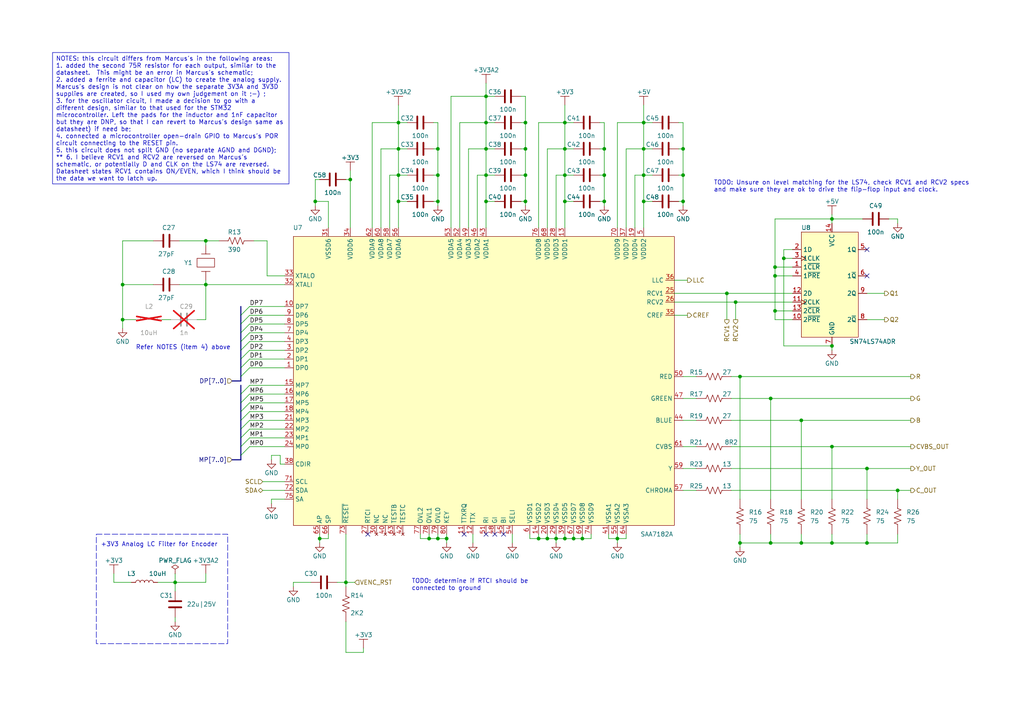
<source format=kicad_sch>
(kicad_sch (version 20230121) (generator eeschema)
  (paper "A4")
  (title_block (title "Time Base Corrector and Video Scaler") (date "2024-01-15") (rev "1"))
  (junction (at 232.41 121.92))
  (junction (at 168.91 156.21))
  (junction (at 35.56 82.55))
  (junction (at 140.97 50.8))
  (junction (at 140.97 35.56))
  (junction (at 35.56 92.71))
  (junction (at 158.75 156.21))
  (junction (at 152.4 58.42))
  (junction (at 163.83 43.18))
  (junction (at 115.57 58.42))
  (junction (at 186.69 58.42))
  (junction (at 100.33 168.91))
  (junction (at 163.83 50.8))
  (junction (at 186.69 43.18))
  (junction (at 198.12 43.18))
  (junction (at 152.4 43.18))
  (junction (at 214.63 109.22))
  (junction (at 127 58.42))
  (junction (at 115.57 35.56))
  (junction (at 224.79 90.17))
  (junction (at 186.69 35.56))
  (junction (at 198.12 50.8))
  (junction (at 92.71 156.21))
  (junction (at 251.46 157.48))
  (junction (at 163.83 35.56))
  (junction (at 163.83 58.42))
  (junction (at 115.57 50.8))
  (junction (at 227.33 74.93))
  (junction (at 91.44 58.42))
  (junction (at 260.35 142.24))
  (junction (at 59.69 69.85))
  (junction (at 241.3 100.33))
  (junction (at 161.29 156.21))
  (junction (at 50.8 168.91))
  (junction (at 152.4 50.8))
  (junction (at 214.63 157.48))
  (junction (at 232.41 157.48))
  (junction (at 241.3 63.5))
  (junction (at 241.3 157.48))
  (junction (at 175.26 50.8))
  (junction (at 223.52 115.57))
  (junction (at 101.6 52.07))
  (junction (at 59.69 82.55))
  (junction (at 251.46 135.89))
  (junction (at 163.83 156.21))
  (junction (at 210.82 85.09))
  (junction (at 186.69 50.8))
  (junction (at 127 50.8))
  (junction (at 156.21 156.21))
  (junction (at 224.79 77.47))
  (junction (at 129.54 156.21))
  (junction (at 127 43.18))
  (junction (at 198.12 58.42))
  (junction (at 140.97 58.42))
  (junction (at 115.57 43.18))
  (junction (at 124.46 156.21))
  (junction (at 175.26 58.42))
  (junction (at 224.79 80.01))
  (junction (at 140.97 27.94))
  (junction (at 241.3 129.54))
  (junction (at 127 156.21))
  (junction (at 179.07 156.21))
  (junction (at 166.37 156.21))
  (junction (at 140.97 43.18))
  (junction (at 223.52 157.48))
  (junction (at 152.4 35.56))
  (junction (at 213.36 87.63))
  (junction (at 175.26 43.18))
  (no_connect (at 251.46 80.01))
  (no_connect (at 134.62 154.94))
  (no_connect (at 251.46 72.39))
  (no_connect (at 143.51 154.94))
  (no_connect (at 146.05 154.94))
  (no_connect (at 106.68 154.94))
  (no_connect (at 140.97 154.94))
  (bus_entry (at 72.39 101.6) (size -2.54 2.54))
  (bus_entry (at 72.39 114.3) (size -2.54 2.54))
  (bus_entry (at 72.39 119.38) (size -2.54 2.54))
  (bus_entry (at 72.39 124.46) (size -2.54 2.54))
  (bus_entry (at 72.39 106.68) (size -2.54 2.54))
  (bus_entry (at 72.39 111.76) (size -2.54 2.54))
  (bus_entry (at 72.39 116.84) (size -2.54 2.54))
  (bus_entry (at 72.39 127) (size -2.54 2.54))
  (bus_entry (at 72.39 91.44) (size -2.54 2.54))
  (bus_entry (at 72.39 104.14) (size -2.54 2.54))
  (bus_entry (at 72.39 129.54) (size -2.54 2.54))
  (bus_entry (at 72.39 93.98) (size -2.54 2.54))
  (bus_entry (at 72.39 96.52) (size -2.54 2.54))
  (bus_entry (at 72.39 88.9) (size -2.54 2.54))
  (bus_entry (at 72.39 121.92) (size -2.54 2.54))
  (bus_entry (at 72.39 99.06) (size -2.54 2.54))
  (wire (pts (xy 179.07 156.21) (xy 179.07 157.48)))
  (wire (pts (xy 81.28 132.08) (xy 81.28 134.62)))
  (wire (pts (xy 92.71 154.94) (xy 92.71 156.21)))
  (wire (pts (xy 163.83 50.8) (xy 163.83 58.42)))
  (wire (pts (xy 124.46 156.21) (xy 127 156.21)))
  (wire (pts (xy 168.91 156.21) (xy 166.37 156.21)))
  (wire (pts (xy 135.89 66.04) (xy 135.89 43.18)))
  (wire (pts (xy 72.39 127) (xy 82.55 127)))
  (wire (pts (xy 85.09 168.91) (xy 85.09 170.18)))
  (wire (pts (xy 260.35 154.94) (xy 260.35 157.48)))
  (wire (pts (xy 127 50.8) (xy 127 58.42)))
  (wire (pts (xy 45.72 168.91) (xy 50.8 168.91)))
  (wire (pts (xy 186.69 50.8) (xy 186.69 58.42)))
  (wire (pts (xy 168.91 154.94) (xy 168.91 156.21)))
  (wire (pts (xy 210.82 85.09) (xy 229.87 85.09)))
  (wire (pts (xy 115.57 58.42) (xy 115.57 66.04)))
  (bus (pts (xy 67.31 133.35) (xy 69.85 133.35)))
  (wire (pts (xy 140.97 27.94) (xy 140.97 35.56)))
  (wire (pts (xy 95.25 58.42) (xy 95.25 66.04)))
  (wire (pts (xy 260.35 142.24) (xy 260.35 144.78)))
  (wire (pts (xy 224.79 92.71) (xy 224.79 90.17)))
  (wire (pts (xy 214.63 157.48) (xy 214.63 158.75)))
  (wire (pts (xy 198.12 35.56) (xy 198.12 43.18)))
  (wire (pts (xy 59.69 82.55) (xy 82.55 82.55)))
  (wire (pts (xy 121.92 156.21) (xy 124.46 156.21)))
  (wire (pts (xy 232.41 121.92) (xy 232.41 144.78)))
  (bus (pts (xy 69.85 116.84) (xy 69.85 119.38)))
  (wire (pts (xy 50.8 168.91) (xy 59.69 168.91)))
  (bus (pts (xy 69.85 132.08) (xy 69.85 133.35)))
  (wire (pts (xy 140.97 58.42) (xy 143.51 58.42)))
  (wire (pts (xy 101.6 49.53) (xy 101.6 52.07)))
  (wire (pts (xy 163.83 43.18) (xy 166.37 43.18)))
  (wire (pts (xy 241.3 129.54) (xy 264.16 129.54)))
  (wire (pts (xy 113.03 66.04) (xy 113.03 50.8)))
  (bus (pts (xy 69.85 93.98) (xy 69.85 96.52)))
  (wire (pts (xy 52.07 82.55) (xy 59.69 82.55)))
  (wire (pts (xy 198.12 135.89) (xy 201.93 135.89)))
  (wire (pts (xy 100.33 154.94) (xy 100.33 168.91)))
  (wire (pts (xy 241.3 62.23) (xy 241.3 63.5)))
  (wire (pts (xy 46.99 92.71) (xy 49.53 92.71)))
  (wire (pts (xy 110.49 43.18) (xy 115.57 43.18)))
  (wire (pts (xy 260.35 142.24) (xy 264.16 142.24)))
  (wire (pts (xy 223.52 115.57) (xy 223.52 144.78)))
  (wire (pts (xy 59.69 82.55) (xy 59.69 81.28)))
  (wire (pts (xy 90.17 168.91) (xy 85.09 168.91)))
  (wire (pts (xy 213.36 92.71) (xy 213.36 87.63)))
  (bus (pts (xy 69.85 88.9) (xy 69.85 91.44)))
  (wire (pts (xy 158.75 154.94) (xy 158.75 156.21)))
  (wire (pts (xy 115.57 58.42) (xy 118.11 58.42)))
  (wire (pts (xy 63.5 69.85) (xy 59.69 69.85)))
  (wire (pts (xy 186.69 35.56) (xy 186.69 43.18)))
  (wire (pts (xy 152.4 50.8) (xy 152.4 58.42)))
  (wire (pts (xy 50.8 166.37) (xy 50.8 168.91)))
  (wire (pts (xy 198.12 58.42) (xy 198.12 59.69)))
  (wire (pts (xy 186.69 30.48) (xy 186.69 35.56)))
  (wire (pts (xy 137.16 154.94) (xy 137.16 157.48)))
  (wire (pts (xy 175.26 35.56) (xy 175.26 43.18)))
  (wire (pts (xy 52.07 69.85) (xy 59.69 69.85)))
  (wire (pts (xy 186.69 43.18) (xy 189.23 43.18)))
  (wire (pts (xy 127 156.21) (xy 129.54 156.21)))
  (wire (pts (xy 195.58 81.28) (xy 199.39 81.28)))
  (wire (pts (xy 125.73 58.42) (xy 127 58.42)))
  (bus (pts (xy 69.85 101.6) (xy 69.85 104.14)))
  (wire (pts (xy 140.97 35.56) (xy 143.51 35.56)))
  (wire (pts (xy 72.39 99.06) (xy 82.55 99.06)))
  (wire (pts (xy 143.51 27.94) (xy 140.97 27.94)))
  (wire (pts (xy 196.85 43.18) (xy 198.12 43.18)))
  (wire (pts (xy 198.12 142.24) (xy 201.93 142.24)))
  (wire (pts (xy 57.15 92.71) (xy 59.69 92.71)))
  (wire (pts (xy 241.3 129.54) (xy 241.3 144.78)))
  (wire (pts (xy 186.69 50.8) (xy 189.23 50.8)))
  (wire (pts (xy 232.41 154.94) (xy 232.41 157.48)))
  (wire (pts (xy 163.83 58.42) (xy 163.83 66.04)))
  (bus (pts (xy 69.85 121.92) (xy 69.85 124.46)))
  (wire (pts (xy 198.12 121.92) (xy 201.93 121.92)))
  (wire (pts (xy 224.79 63.5) (xy 224.79 77.47)))
  (wire (pts (xy 227.33 100.33) (xy 241.3 100.33)))
  (wire (pts (xy 127 43.18) (xy 127 50.8)))
  (wire (pts (xy 140.97 50.8) (xy 143.51 50.8)))
  (wire (pts (xy 115.57 43.18) (xy 115.57 50.8)))
  (wire (pts (xy 175.26 58.42) (xy 175.26 59.69)))
  (wire (pts (xy 161.29 50.8) (xy 163.83 50.8)))
  (wire (pts (xy 198.12 115.57) (xy 201.93 115.57)))
  (wire (pts (xy 173.99 50.8) (xy 175.26 50.8)))
  (wire (pts (xy 223.52 115.57) (xy 212.09 115.57)))
  (wire (pts (xy 241.3 157.48) (xy 251.46 157.48)))
  (wire (pts (xy 212.09 121.92) (xy 232.41 121.92)))
  (wire (pts (xy 59.69 92.71) (xy 59.69 82.55)))
  (wire (pts (xy 179.07 156.21) (xy 181.61 156.21)))
  (bus (pts (xy 69.85 104.14) (xy 69.85 106.68)))
  (wire (pts (xy 72.39 129.54) (xy 82.55 129.54)))
  (wire (pts (xy 151.13 50.8) (xy 152.4 50.8)))
  (wire (pts (xy 72.39 96.52) (xy 82.55 96.52)))
  (bus (pts (xy 69.85 109.22) (xy 69.85 110.49)))
  (wire (pts (xy 140.97 24.13) (xy 140.97 27.94)))
  (wire (pts (xy 224.79 77.47) (xy 229.87 77.47)))
  (wire (pts (xy 140.97 50.8) (xy 140.97 58.42)))
  (wire (pts (xy 224.79 80.01) (xy 224.79 90.17)))
  (wire (pts (xy 72.39 124.46) (xy 82.55 124.46)))
  (wire (pts (xy 152.4 27.94) (xy 152.4 35.56)))
  (wire (pts (xy 163.83 43.18) (xy 163.83 50.8)))
  (bus (pts (xy 67.31 110.49) (xy 69.85 110.49)))
  (wire (pts (xy 78.74 144.78) (xy 78.74 146.05)))
  (wire (pts (xy 125.73 35.56) (xy 127 35.56)))
  (wire (pts (xy 195.58 85.09) (xy 210.82 85.09)))
  (wire (pts (xy 241.3 129.54) (xy 212.09 129.54)))
  (wire (pts (xy 229.87 92.71) (xy 224.79 92.71)))
  (wire (pts (xy 250.19 63.5) (xy 241.3 63.5)))
  (wire (pts (xy 130.81 27.94) (xy 130.81 66.04)))
  (wire (pts (xy 59.69 71.12) (xy 59.69 69.85)))
  (wire (pts (xy 227.33 72.39) (xy 227.33 74.93)))
  (wire (pts (xy 214.63 154.94) (xy 214.63 157.48)))
  (wire (pts (xy 166.37 154.94) (xy 166.37 156.21)))
  (wire (pts (xy 140.97 43.18) (xy 143.51 43.18)))
  (wire (pts (xy 92.71 156.21) (xy 95.25 156.21)))
  (wire (pts (xy 153.67 156.21) (xy 153.67 154.94)))
  (wire (pts (xy 133.35 35.56) (xy 140.97 35.56)))
  (wire (pts (xy 223.52 157.48) (xy 232.41 157.48)))
  (bus (pts (xy 69.85 127) (xy 69.85 129.54)))
  (wire (pts (xy 59.69 168.91) (xy 59.69 166.37)))
  (wire (pts (xy 181.61 43.18) (xy 186.69 43.18)))
  (wire (pts (xy 35.56 82.55) (xy 44.45 82.55)))
  (wire (pts (xy 33.02 166.37) (xy 33.02 168.91)))
  (wire (pts (xy 72.39 88.9) (xy 82.55 88.9)))
  (wire (pts (xy 175.26 50.8) (xy 175.26 58.42)))
  (wire (pts (xy 210.82 92.71) (xy 210.82 85.09)))
  (wire (pts (xy 115.57 50.8) (xy 115.57 58.42)))
  (wire (pts (xy 35.56 69.85) (xy 44.45 69.85)))
  (wire (pts (xy 91.44 58.42) (xy 95.25 58.42)))
  (wire (pts (xy 198.12 43.18) (xy 198.12 50.8)))
  (wire (pts (xy 100.33 168.91) (xy 102.87 168.91)))
  (bus (pts (xy 69.85 96.52) (xy 69.85 99.06)))
  (wire (pts (xy 241.3 101.6) (xy 241.3 100.33)))
  (bus (pts (xy 69.85 114.3) (xy 69.85 116.84)))
  (wire (pts (xy 158.75 43.18) (xy 163.83 43.18)))
  (wire (pts (xy 161.29 66.04) (xy 161.29 50.8)))
  (wire (pts (xy 224.79 90.17) (xy 229.87 90.17)))
  (wire (pts (xy 50.8 168.91) (xy 50.8 171.45)))
  (wire (pts (xy 212.09 109.22) (xy 214.63 109.22)))
  (wire (pts (xy 176.53 156.21) (xy 179.07 156.21)))
  (wire (pts (xy 229.87 72.39) (xy 227.33 72.39)))
  (wire (pts (xy 158.75 66.04) (xy 158.75 43.18)))
  (wire (pts (xy 121.92 154.94) (xy 121.92 156.21)))
  (wire (pts (xy 72.39 111.76) (xy 82.55 111.76)))
  (wire (pts (xy 140.97 35.56) (xy 140.97 43.18)))
  (wire (pts (xy 107.95 35.56) (xy 115.57 35.56)))
  (wire (pts (xy 81.28 134.62) (xy 82.55 134.62)))
  (wire (pts (xy 163.83 35.56) (xy 166.37 35.56)))
  (wire (pts (xy 100.33 189.23) (xy 105.41 189.23)))
  (wire (pts (xy 195.58 87.63) (xy 213.36 87.63)))
  (wire (pts (xy 127 58.42) (xy 127 59.69)))
  (wire (pts (xy 186.69 58.42) (xy 186.69 66.04)))
  (wire (pts (xy 156.21 156.21) (xy 153.67 156.21)))
  (wire (pts (xy 33.02 168.91) (xy 38.1 168.91)))
  (wire (pts (xy 179.07 154.94) (xy 179.07 156.21)))
  (wire (pts (xy 101.6 52.07) (xy 100.33 52.07)))
  (bus (pts (xy 69.85 91.44) (xy 69.85 93.98)))
  (wire (pts (xy 166.37 156.21) (xy 163.83 156.21)))
  (wire (pts (xy 91.44 52.07) (xy 91.44 58.42)))
  (wire (pts (xy 179.07 35.56) (xy 186.69 35.56)))
  (bus (pts (xy 69.85 129.54) (xy 69.85 132.08)))
  (wire (pts (xy 196.85 35.56) (xy 198.12 35.56)))
  (wire (pts (xy 173.99 35.56) (xy 175.26 35.56)))
  (wire (pts (xy 227.33 74.93) (xy 227.33 100.33)))
  (wire (pts (xy 110.49 66.04) (xy 110.49 43.18)))
  (wire (pts (xy 91.44 58.42) (xy 91.44 59.69)))
  (bus (pts (xy 69.85 106.68) (xy 69.85 109.22)))
  (wire (pts (xy 101.6 66.04) (xy 101.6 52.07)))
  (wire (pts (xy 138.43 66.04) (xy 138.43 50.8)))
  (wire (pts (xy 158.75 156.21) (xy 156.21 156.21)))
  (wire (pts (xy 161.29 156.21) (xy 163.83 156.21)))
  (wire (pts (xy 129.54 156.21) (xy 129.54 157.48)))
  (wire (pts (xy 82.55 80.01) (xy 77.47 80.01)))
  (wire (pts (xy 224.79 80.01) (xy 229.87 80.01)))
  (wire (pts (xy 72.39 93.98) (xy 82.55 93.98)))
  (wire (pts (xy 113.03 50.8) (xy 115.57 50.8)))
  (wire (pts (xy 78.74 132.08) (xy 78.74 133.35)))
  (wire (pts (xy 186.69 43.18) (xy 186.69 50.8)))
  (wire (pts (xy 214.63 109.22) (xy 214.63 144.78)))
  (wire (pts (xy 127 35.56) (xy 127 43.18)))
  (wire (pts (xy 156.21 35.56) (xy 163.83 35.56)))
  (wire (pts (xy 95.25 154.94) (xy 95.25 156.21)))
  (wire (pts (xy 135.89 43.18) (xy 140.97 43.18)))
  (wire (pts (xy 140.97 43.18) (xy 140.97 50.8)))
  (wire (pts (xy 223.52 154.94) (xy 223.52 157.48)))
  (wire (pts (xy 35.56 82.55) (xy 35.56 69.85)))
  (wire (pts (xy 156.21 154.94) (xy 156.21 156.21)))
  (wire (pts (xy 72.39 106.68) (xy 82.55 106.68)))
  (wire (pts (xy 198.12 109.22) (xy 201.93 109.22)))
  (wire (pts (xy 163.83 50.8) (xy 166.37 50.8)))
  (wire (pts (xy 140.97 27.94) (xy 130.81 27.94)))
  (wire (pts (xy 140.97 58.42) (xy 140.97 66.04)))
  (wire (pts (xy 212.09 135.89) (xy 251.46 135.89)))
  (wire (pts (xy 163.83 154.94) (xy 163.83 156.21)))
  (wire (pts (xy 127 154.94) (xy 127 156.21)))
  (wire (pts (xy 125.73 50.8) (xy 127 50.8)))
  (wire (pts (xy 125.73 43.18) (xy 127 43.18)))
  (wire (pts (xy 129.54 154.94) (xy 129.54 156.21)))
  (wire (pts (xy 171.45 154.94) (xy 171.45 156.21)))
  (wire (pts (xy 163.83 30.48) (xy 163.83 35.56)))
  (wire (pts (xy 161.29 156.21) (xy 161.29 157.48)))
  (wire (pts (xy 100.33 180.34) (xy 100.33 189.23)))
  (wire (pts (xy 171.45 156.21) (xy 168.91 156.21)))
  (wire (pts (xy 105.41 187.96) (xy 105.41 189.23)))
  (wire (pts (xy 72.39 116.84) (xy 82.55 116.84)))
  (wire (pts (xy 35.56 92.71) (xy 35.56 82.55)))
  (wire (pts (xy 152.4 35.56) (xy 152.4 43.18)))
  (wire (pts (xy 124.46 154.94) (xy 124.46 156.21)))
  (wire (pts (xy 176.53 154.94) (xy 176.53 156.21)))
  (wire (pts (xy 214.63 157.48) (xy 223.52 157.48)))
  (bus (pts (xy 69.85 124.46) (xy 69.85 127)))
  (wire (pts (xy 163.83 58.42) (xy 166.37 58.42)))
  (wire (pts (xy 115.57 50.8) (xy 118.11 50.8)))
  (wire (pts (xy 251.46 135.89) (xy 264.16 135.89)))
  (wire (pts (xy 76.2 139.7) (xy 82.55 139.7)))
  (wire (pts (xy 251.46 154.94) (xy 251.46 157.48)))
  (wire (pts (xy 186.69 58.42) (xy 189.23 58.42)))
  (wire (pts (xy 163.83 35.56) (xy 163.83 43.18)))
  (wire (pts (xy 77.47 69.85) (xy 73.66 69.85)))
  (wire (pts (xy 260.35 142.24) (xy 212.09 142.24)))
  (wire (pts (xy 138.43 50.8) (xy 140.97 50.8)))
  (wire (pts (xy 50.8 179.07) (xy 50.8 180.34)))
  (wire (pts (xy 179.07 35.56) (xy 179.07 66.04)))
  (wire (pts (xy 241.3 154.94) (xy 241.3 157.48)))
  (wire (pts (xy 107.95 35.56) (xy 107.95 66.04)))
  (wire (pts (xy 148.59 154.94) (xy 148.59 157.48)))
  (wire (pts (xy 251.46 92.71) (xy 256.54 92.71)))
  (wire (pts (xy 196.85 50.8) (xy 198.12 50.8)))
  (wire (pts (xy 115.57 30.48) (xy 115.57 35.56)))
  (wire (pts (xy 115.57 35.56) (xy 115.57 43.18)))
  (wire (pts (xy 232.41 157.48) (xy 241.3 157.48)))
  (wire (pts (xy 173.99 58.42) (xy 175.26 58.42)))
  (wire (pts (xy 92.71 52.07) (xy 91.44 52.07)))
  (wire (pts (xy 196.85 58.42) (xy 198.12 58.42)))
  (wire (pts (xy 184.15 50.8) (xy 186.69 50.8)))
  (wire (pts (xy 161.29 156.21) (xy 158.75 156.21)))
  (wire (pts (xy 151.13 43.18) (xy 152.4 43.18)))
  (wire (pts (xy 152.4 58.42) (xy 152.4 59.69)))
  (wire (pts (xy 133.35 35.56) (xy 133.35 66.04)))
  (wire (pts (xy 227.33 74.93) (xy 229.87 74.93)))
  (wire (pts (xy 72.39 104.14) (xy 82.55 104.14)))
  (wire (pts (xy 184.15 66.04) (xy 184.15 50.8)))
  (wire (pts (xy 198.12 50.8) (xy 198.12 58.42)))
  (wire (pts (xy 173.99 43.18) (xy 175.26 43.18)))
  (wire (pts (xy 195.58 91.44) (xy 199.39 91.44)))
  (wire (pts (xy 82.55 144.78) (xy 78.74 144.78)))
  (wire (pts (xy 223.52 115.57) (xy 264.16 115.57)))
  (wire (pts (xy 97.79 168.91) (xy 100.33 168.91)))
  (wire (pts (xy 156.21 35.56) (xy 156.21 66.04)))
  (wire (pts (xy 232.41 121.92) (xy 264.16 121.92)))
  (wire (pts (xy 214.63 109.22) (xy 264.16 109.22)))
  (wire (pts (xy 81.28 132.08) (xy 78.74 132.08)))
  (wire (pts (xy 151.13 35.56) (xy 152.4 35.56)))
  (wire (pts (xy 92.71 156.21) (xy 92.71 157.48)))
  (wire (pts (xy 152.4 43.18) (xy 152.4 50.8)))
  (wire (pts (xy 35.56 92.71) (xy 39.37 92.71)))
  (wire (pts (xy 241.3 63.5) (xy 241.3 64.77)))
  (wire (pts (xy 72.39 101.6) (xy 82.55 101.6)))
  (wire (pts (xy 251.46 157.48) (xy 260.35 157.48)))
  (wire (pts (xy 151.13 27.94) (xy 152.4 27.94)))
  (bus (pts (xy 69.85 99.06) (xy 69.85 101.6)))
  (wire (pts (xy 257.81 63.5) (xy 260.35 63.5)))
  (wire (pts (xy 181.61 66.04) (xy 181.61 43.18)))
  (wire (pts (xy 100.33 168.91) (xy 100.33 170.18)))
  (wire (pts (xy 251.46 85.09) (xy 256.54 85.09)))
  (wire (pts (xy 175.26 43.18) (xy 175.26 50.8)))
  (wire (pts (xy 251.46 135.89) (xy 251.46 144.78)))
  (wire (pts (xy 77.47 80.01) (xy 77.47 69.85)))
  (wire (pts (xy 161.29 154.94) (xy 161.29 156.21)))
  (wire (pts (xy 260.35 63.5) (xy 260.35 64.77)))
  (wire (pts (xy 115.57 43.18) (xy 118.11 43.18)))
  (wire (pts (xy 72.39 114.3) (xy 82.55 114.3)))
  (wire (pts (xy 72.39 119.38) (xy 82.55 119.38)))
  (wire (pts (xy 72.39 91.44) (xy 82.55 91.44)))
  (wire (pts (xy 115.57 35.56) (xy 118.11 35.56)))
  (bus (pts (xy 69.85 119.38) (xy 69.85 121.92)))
  (wire (pts (xy 198.12 129.54) (xy 201.93 129.54)))
  (wire (pts (xy 181.61 156.21) (xy 181.61 154.94)))
  (wire (pts (xy 151.13 58.42) (xy 152.4 58.42)))
  (wire (pts (xy 72.39 121.92) (xy 82.55 121.92)))
  (wire (pts (xy 213.36 87.63) (xy 229.87 87.63)))
  (wire (pts (xy 224.79 77.47) (xy 224.79 80.01)))
  (bus (pts (xy 69.85 111.76) (xy 69.85 114.3)))
  (wire (pts (xy 224.79 63.5) (xy 241.3 63.5)))
  (wire (pts (xy 186.69 35.56) (xy 189.23 35.56)))
  (wire (pts (xy 35.56 95.25) (xy 35.56 92.71)))
  (wire (pts (xy 76.2 142.24) (xy 82.55 142.24)))
  (rectangle (start 27.94 154.94) (end 66.04 186.69) (stroke (width 0) (type dash)))
  (text_box "NOTES: this circuit differs from Marcus's in the following areas:\n1. added the second 75R resistor for each output, similar to the datasheet.  This might be an error in Marcus's schematic;\n2. added a ferrite and capacitor (LC) to create the analog supply.  Marcus's design is not clear on how the separate 3V3A and 3V3D supplies are created, so I used my own judgement on it ;-) ;\n3. for the oscillator cicuit, I made a decision to go with a different design, similar to that used for the STM32 microcontroller. Left the pads for the inductor and 1nF capacitor but they are DNP, so that I can revert to Marcus's design same as datasheet) if need be;\n4. connected a microcontroller open-drain GPIO to Marcus's POR circuit connecting to the RESET pin.\n5. this circuit does not split GND (no separate AGND and DGND);\n** 6. I believe RCV1 and RCV2 are reversed on Marcus's schematic, or potentially D and CLK on the LS74 are reversed.\nDatasheet states RCV1 contains ON/EVEN, which I think should be the data we want to latch up." (at 15.24 15.24 0) (size 68.58 38.1) (effects (font (size 1.27 1.27)) (justify left top)))
  (text "TODO: Unsure on level matching for the LS74, check RCV1 and RCV2 specs\nand make sure they are ok to drive the flip-flop input and clock." (at 207.01 55.88 0) (effects (font (size 1.27 1.27)) (justify left bottom)))
  (text "+3V3 Analog LC Filter for Encoder" (at 29.21 158.75 0) (effects (font (size 1.27 1.27)) (justify left bottom)))
  (text "TODO: determine if RTCI should be\nconnected to ground" (at 119.38 171.45 0) (effects (font (size 1.27 1.27)) (justify left bottom)))
  (text "Refer NOTES (item 4) above" (at 39.37 101.6 0) (effects (font (size 1.27 1.27)) (justify left bottom)))
  (label "DP2" (at 72.39 101.6 0))
  (label "MP3" (at 72.39 121.92 0))
  (label "MP5" (at 72.39 116.84 0))
  (label "MP1" (at 72.39 127 0))
  (label "DP5" (at 72.39 93.98 0))
  (label "MP4" (at 72.39 119.38 0))
  (label "DP6" (at 72.39 91.44 0))
  (label "MP0" (at 72.39 129.54 0))
  (label "DP1" (at 72.39 104.14 0))
  (label "MP2" (at 72.39 124.46 0))
  (label "DP3" (at 72.39 99.06 0))
  (label "MP6" (at 72.39 114.3 0))
  (label "MP7" (at 72.39 111.76 0))
  (label "DP4" (at 72.39 96.52 0))
  (label "DP0" (at 72.39 106.68 0))
  (label "DP7" (at 72.39 88.9 0))
  (hierarchical_label "RCV2" (shape output) (at 213.36 92.71 270))
  (hierarchical_label "C_OUT" (shape output) (at 264.16 142.24 0))
  (hierarchical_label "MP[7..0]" (shape input) (at 67.31 133.35 180))
  (hierarchical_label "CREF" (shape output) (at 199.39 91.44 0))
  (hierarchical_label "R" (shape output) (at 264.16 109.22 0))
  (hierarchical_label "VENC_RST" (shape input) (at 102.87 168.91 0))
  (hierarchical_label "SCL" (shape input) (at 76.2 139.7 180))
  (hierarchical_label "Q2" (shape output) (at 256.54 92.71 0))
  (hierarchical_label "B" (shape output) (at 264.16 121.92 0))
  (hierarchical_label "LLC" (shape output) (at 199.39 81.28 0))
  (hierarchical_label "Q1" (shape output) (at 256.54 85.09 0))
  (hierarchical_label "CVBS_OUT" (shape output) (at 264.16 129.54 0))
  (hierarchical_label "G" (shape output) (at 264.16 115.57 0))
  (hierarchical_label "Y_OUT" (shape output) (at 264.16 135.89 0))
  (hierarchical_label "RCV1" (shape output) (at 210.82 92.71 270))
  (hierarchical_label "DP[7..0]" (shape input) (at 67.31 110.49 180))
  (hierarchical_label "SDA" (shape bidirectional) (at 76.2 142.24 180))
  (symbol (lib_id "tbc:GCJ188R71H104KA12D") (at 170.18 35.56 0) (unit 1)
    (property "Reference" "C41" (at 166.37 34.29 0))
    (property "Value" "100n" (at 170.18 39.37 0))
    (property "Footprint" "tbc:C0603" (effects hide))
    (property "Datasheet" "https://au.mouser.com/datasheet/2/281/1/GCJ188R71H104KA12_02B-3140350.pdf" (effects hide))
    (property "Mouser" " 81-GCJ188R71H104KA2D" (effects hide))
    (property "Sim.Enable" "0" (effects hide))
  )
  (symbol (lib_id "tbc:GND") (at 92.71 157.48 0) (unit 1)
    (property "Reference" "#PWR063" (effects hide))
    (property "Value" "GND" (at 92.71 161.29 0))
    (property "Sim.Enable" "0" (effects hide))
  )
  (symbol (lib_id "tbc:RC0603FR-0775RL") (at 241.3 149.86 90) (unit 1)
    (property "Reference" "R22" (at 243.84 148.5582 90) (effects (justify right)))
    (property "Value" "75" (at 243.84 151.0982 90) (effects (justify right)))
    (property "Footprint" "tbc:R0603" (effects hide))
    (property "Datasheet" "https://au.mouser.com/datasheet/2/447/YAGEO_PYu_RC_Group_51_RoHS_L_12-3313492.pdf" (effects hide))
    (property "Mouser" "603-RC0603FR-0775RL" (effects hide))
    (property "Sim.Enable" "0" (effects hide))
  )
  (symbol (lib_id "tbc:RC0603FR-0775RL") (at 232.41 149.86 90) (unit 1)
    (property "Reference" "R20" (at 234.95 148.5582 90) (effects (justify right)))
    (property "Value" "75" (at 234.95 151.0982 90) (effects (justify right)))
    (property "Footprint" "tbc:R0603" (effects hide))
    (property "Datasheet" "https://au.mouser.com/datasheet/2/447/YAGEO_PYu_RC_Group_51_RoHS_L_12-3313492.pdf" (effects hide))
    (property "Mouser" "603-RC0603FR-0775RL" (effects hide))
    (property "Sim.Enable" "0" (effects hide))
  )
  (symbol (lib_id "tbc:GND") (at 78.74 146.05 0) (unit 1)
    (property "Reference" "#PWR084" (effects hide))
    (property "Value" "GND" (at 78.74 149.86 0))
    (property "Sim.Enable" "0" (effects hide))
  )
  (symbol (lib_id "tbc:GCJ188R71H104KA12D") (at 96.52 52.07 0) (unit 1)
    (property "Reference" "C58" (at 92.71 50.8 0))
    (property "Value" "100n" (at 96.52 55.88 0))
    (property "Footprint" "tbc:C0603" (effects hide))
    (property "Datasheet" "https://au.mouser.com/datasheet/2/281/1/GCJ188R71H104KA12_02B-3140350.pdf" (effects hide))
    (property "Mouser" " 81-GCJ188R71H104KA2D" (effects hide))
    (property "Sim.Enable" "0" (effects hide))
  )
  (symbol (lib_id "tbc:ABLS-27.000MHZ-B2F-T") (at 59.69 76.2 90) (unit 1)
    (property "Reference" "Y1" (at 54.61 76.2 90))
    (property "Value" "ABLS-27.000MHZ-B2F-T" (effects hide))
    (property "Datasheet" "https://au.mouser.com/datasheet/2/3/abls-1664338.pdf" (effects hide))
    (property "Mouser" " 815-ABLS-27-B2" (effects hide))
    (property "Sim.Enable" "0" (effects hide))
  )
  (symbol (lib_id "tbc:GND") (at 198.12 59.69 0) (unit 1)
    (property "Reference" "#PWR06" (effects hide))
    (property "Value" "GND" (at 198.12 63.5 0))
    (property "Sim.Enable" "0" (effects hide))
  )
  (symbol (lib_id "tbc:RC0603FR-0713RL") (at 207.01 142.24 0) (unit 1)
    (property "Reference" "R25" (at 201.93 140.97 0))
    (property "Value" "13" (at 210.82 140.97 0))
    (property "Footprint" "tbc:R0603" (effects hide))
    (property "Datasheet" "https://au.mouser.com/datasheet/2/447/YAGEO_PYu_RC_Group_51_RoHS_L_12-3313492.pdf" (effects hide))
    (property "Mouser" "603-RC0603FR-0713RL" (effects hide))
    (property "Sim.Enable" "0" (effects hide))
  )
  (symbol (lib_id "tbc:RC0603FR-0727RL") (at 207.01 115.57 0) (unit 1)
    (property "Reference" "R17" (at 201.93 114.3 0))
    (property "Value" "27" (at 210.82 114.3 0))
    (property "Footprint" "tbc:R0603" (effects hide))
    (property "Datasheet" "https://au.mouser.com/datasheet/2/447/YAGEO_PYu_RC_Group_51_RoHS_L_12-3313492.pdf" (effects hide))
    (property "Mouser" "603-RC0603FR-0727RL" (effects hide))
    (property "Sim.Enable" "0" (effects hide))
  )
  (symbol (lib_id "tbc:GCJ188R71H104KA12D") (at 170.18 50.8 0) (unit 1)
    (property "Reference" "C43" (at 166.37 49.53 0))
    (property "Value" "100n" (at 170.18 54.61 0))
    (property "Footprint" "tbc:C0603" (effects hide))
    (property "Datasheet" "https://au.mouser.com/datasheet/2/281/1/GCJ188R71H104KA12_02B-3140350.pdf" (effects hide))
    (property "Mouser" " 81-GCJ188R71H104KA2D" (effects hide))
    (property "Sim.Enable" "0" (effects hide))
  )
  (symbol (lib_id "tbc:DFE201610E-100M=P2") (at 41.91 168.91 0) (unit 1)
    (property "Reference" "L3" (at 38.1 166.37 0))
    (property "Value" "10uH" (at 45.72 166.37 0))
    (property "Datasheet" "https://www.mouser.com/datasheet/2/281/1/J_E_TE243A_0001-3158782.pdf" (effects hide))
    (property "Mouser" " 81-DFE201610E-100MP2" (effects hide))
    (property "Sim.Enable" "0" (effects hide))
  )
  (symbol (lib_id "tbc:GND") (at 179.07 157.48 0) (unit 1)
    (property "Reference" "#PWR07" (effects hide))
    (property "Value" "GND" (at 179.07 161.29 0))
    (property "Sim.Enable" "0" (effects hide))
  )
  (symbol (lib_id "tbc:GCJ188R71H104KA12D") (at 147.32 35.56 0) (unit 1)
    (property "Reference" "C37" (at 143.51 34.29 0))
    (property "Value" "100n" (at 147.32 39.37 0))
    (property "Footprint" "tbc:C0603" (effects hide))
    (property "Datasheet" "https://au.mouser.com/datasheet/2/281/1/GCJ188R71H104KA12_02B-3140350.pdf" (effects hide))
    (property "Mouser" " 81-GCJ188R71H104KA2D" (effects hide))
    (property "Sim.Enable" "0" (effects hide))
  )
  (symbol (lib_id "tbc:RC0603FR-0727RL") (at 207.01 109.22 0) (unit 1)
    (property "Reference" "R15" (at 201.93 107.95 0))
    (property "Value" "27" (at 210.82 107.95 0))
    (property "Footprint" "tbc:R0603" (effects hide))
    (property "Datasheet" "https://au.mouser.com/datasheet/2/447/YAGEO_PYu_RC_Group_51_RoHS_L_12-3313492.pdf" (effects hide))
    (property "Mouser" "603-RC0603FR-0727RL" (effects hide))
    (property "Sim.Enable" "0" (effects hide))
  )
  (symbol (lib_id "tbc:RC0603FR-0775RL") (at 260.35 149.86 90) (unit 1)
    (property "Reference" "R26" (at 262.89 148.5582 90) (effects (justify right)))
    (property "Value" "75" (at 262.89 151.0982 90) (effects (justify right)))
    (property "Footprint" "tbc:R0603" (effects hide))
    (property "Datasheet" "https://au.mouser.com/datasheet/2/447/YAGEO_PYu_RC_Group_51_RoHS_L_12-3313492.pdf" (effects hide))
    (property "Mouser" "603-RC0603FR-0775RL" (effects hide))
    (property "Sim.Enable" "0" (effects hide))
  )
  (symbol (lib_id "tbc:GCJ188R71H104KA12D") (at 121.92 43.18 0) (unit 1)
    (property "Reference" "C33" (at 118.11 41.91 0))
    (property "Value" "100n" (at 121.92 46.99 0))
    (property "Footprint" "tbc:C0603" (effects hide))
    (property "Datasheet" "https://au.mouser.com/datasheet/2/281/1/GCJ188R71H104KA12_02B-3140350.pdf" (effects hide))
    (property "Mouser" " 81-GCJ188R71H104KA2D" (effects hide))
    (property "Sim.Enable" "0" (effects hide))
  )
  (symbol (lib_id "tbc:+3V3") (at 105.41 187.96 0) (unit 1)
    (property "Reference" "#PWR018" (effects hide))
    (property "Value" "+3V3" (at 105.41 184.15 0))
    (property "Sim.Enable" "0" (effects hide))
  )
  (symbol (lib_id "tbc:+5V") (at 241.3 62.23 0) (unit 1)
    (property "Reference" "#PWR047" (effects hide))
    (property "Value" "+5V" (at 241.3 58.42 0))
    (property "Sim.Enable" "0" (effects hide))
  )
  (symbol (lib_id "tbc:GRM32ER71E226KE15L") (at 50.8 175.26 270) (unit 1)
    (property "Reference" "C31" (at 48.26 172.72 90))
    (property "Value" "22u|25V" (at 58.42 175.26 90))
    (property "Datasheet" "https://www.mouser.com/datasheet/2/281/1/GRM32ER71E226KE15_04CA-1988287.pdf" (effects hide))
    (property "Mouser" " 81-GRM32ER71E226KE5L" (effects hide))
    (property "Sim.Enable" "0" (effects hide))
  )
  (symbol (lib_id "tbc:GND") (at 85.09 170.18 0) (unit 1)
    (property "Reference" "#PWR017" (effects hide))
    (property "Value" "GND" (at 85.09 173.99 0))
    (property "Sim.Enable" "0" (effects hide))
  )
  (symbol (lib_id "tbc:GCJ188R71H104KA12D") (at 93.98 168.91 0) (unit 1)
    (property "Reference" "C30" (at 90.17 166.37 0))
    (property "Value" "100n" (at 93.98 172.72 0))
    (property "Footprint" "tbc:C0603" (effects hide))
    (property "Datasheet" "https://au.mouser.com/datasheet/2/281/1/GCJ188R71H104KA12_02B-3140350.pdf" (effects hide))
    (property "Mouser" " 81-GCJ188R71H104KA2D" (effects hide))
    (property "Sim.Enable" "0" (effects hide))
  )
  (symbol (lib_id "tbc:RC0603FR-07390RL") (at 68.58 69.85 180) (unit 1)
    (property "Reference" "R13" (at 66.04 67.31 0) (effects (justify right)))
    (property "Value" "390" (at 66.04 72.39 0) (effects (justify right)))
    (property "Footprint" "tbc:R0603" (effects hide))
    (property "Datasheet" "https://www.mouser.com/datasheet/2/447/YAGEO_PYu_RC_Group_51_RoHS_L_12-3313492.pdf" (effects hide))
    (property "Mouser" " 603-RC0603FR-07390RL" (effects hide))
    (property "Sim.Enable" "0" (effects hide))
  )
  (symbol (lib_id "tbc:GCJ188R71H104KA12D") (at 170.18 58.42 0) (unit 1)
    (property "Reference" "C44" (at 166.37 57.15 0))
    (property "Value" "100n" (at 170.18 62.23 0))
    (property "Footprint" "tbc:C0603" (effects hide))
    (property "Datasheet" "https://au.mouser.com/datasheet/2/281/1/GCJ188R71H104KA12_02B-3140350.pdf" (effects hide))
    (property "Mouser" " 81-GCJ188R71H104KA2D" (effects hide))
    (property "Sim.Enable" "0" (effects hide))
  )
  (symbol (lib_id "tbc:LQM21DH100M70L") (at 43.18 92.71 0) (unit 1) (dnp yes)
    (property "Reference" "L2" (at 44.45 88.9 0) (effects (justify right)))
    (property "Value" "10uH" (at 43.18 96.52 0))
    (property "Datasheet" "https://au.mouser.com/datasheet/2/281/1/JLF243B_0081-1569936.pdf" (effects hide))
    (property "Mouser" " 81-LQM21DH100M70L" (effects hide))
    (property "Sim.Enable" "0" (effects hide))
  )
  (symbol (lib_id "tbc:+3V3") (at 101.6 49.53 0) (unit 1)
    (property "Reference" "#PWR083" (effects hide))
    (property "Value" "+3V3" (at 101.6 45.72 0))
    (property "Sim.Enable" "0" (effects hide))
  )
  (symbol (lib_id "tbc:GND") (at 152.4 59.69 0) (unit 1)
    (property "Reference" "#PWR04" (effects hide))
    (property "Value" "GND" (at 152.4 63.5 0))
    (property "Sim.Enable" "0" (effects hide))
  )
  (symbol (lib_id "tbc:+3V3") (at 33.02 166.37 0) (unit 1)
    (property "Reference" "#PWR039" (effects hide))
    (property "Value" "+3V3" (at 33.02 162.56 0))
    (property "Sim.Enable" "0" (effects hide))
  )
  (symbol (lib_id "tbc:SN74LS74ADR") (at 241.3 82.55 0) (unit 1)
    (property "Reference" "U8" (at 232.41 66.04 0) (effects (justify left)))
    (property "Value" "SN74LS74ADR" (at 246.38 99.06 0) (effects (justify left)))
    (property "Datasheet" "https://www.ti.com/lit/ds/symlink/sn54s74.pdf?ts=1706174643586&ref_url=https%253A%252F%252Fau.mouser.com%252F" (effects hide))
    (property "Mouser" " 595-SN74LS74ADR" (effects hide))
    (property "Sim.Enable" "0" (effects hide))
  )
  (symbol (lib_id "tbc:GCJ188R71H104KA12D") (at 147.32 50.8 0) (unit 1)
    (property "Reference" "C39" (at 143.51 49.53 0))
    (property "Value" "100n" (at 147.32 54.61 0))
    (property "Footprint" "tbc:C0603" (effects hide))
    (property "Datasheet" "https://au.mouser.com/datasheet/2/281/1/GCJ188R71H104KA12_02B-3140350.pdf" (effects hide))
    (property "Mouser" " 81-GCJ188R71H104KA2D" (effects hide))
    (property "Sim.Enable" "0" (effects hide))
  )
  (symbol (lib_id "tbc:RC0603FR-0775RL") (at 251.46 149.86 90) (unit 1)
    (property "Reference" "R24" (at 254 148.5582 90) (effects (justify right)))
    (property "Value" "75" (at 254 151.0982 90) (effects (justify right)))
    (property "Footprint" "tbc:R0603" (effects hide))
    (property "Datasheet" "https://au.mouser.com/datasheet/2/447/YAGEO_PYu_RC_Group_51_RoHS_L_12-3313492.pdf" (effects hide))
    (property "Mouser" "603-RC0603FR-0775RL" (effects hide))
    (property "Sim.Enable" "0" (effects hide))
  )
  (symbol (lib_id "tbc:SAA7182A") (at 140.97 110.49 0) (unit 1)
    (property "Reference" "U7" (at 86.36 66.04 0))
    (property "Value" "SAA7182A" (at 190.5 154.94 0))
    (property "Footprint" "tbc:QFP80_14x20x2.8mm_Pitch0.8mm" (effects hide))
    (property "Sim.Enable" "0" (effects hide))
  )
  (symbol (lib_id "tbc:GCM1885C2A102FA16D") (at 53.34 92.71 180) (unit 1) (dnp yes)
    (property "Reference" "C29" (at 52.07 88.9 0) (effects (justify right)))
    (property "Value" "1n" (at 52.07 96.52 0) (effects (justify right)))
    (property "Footprint" "tbc:C0603" (effects hide))
    (property "Datasheet" "https://au.mouser.com/datasheet/2/281/1/GCM1885C2A102FA16_01A-3142918.pdf" (effects hide))
    (property "Mouser" "81-GCM1885C2A102FA6D" (effects hide))
    (property "Sim.Enable" "0" (effects hide))
  )
  (symbol (lib_id "tbc:GCJ188R71H104KA12D") (at 121.92 50.8 0) (unit 1)
    (property "Reference" "C34" (at 118.11 49.53 0))
    (property "Value" "100n" (at 121.92 54.61 0))
    (property "Footprint" "tbc:C0603" (effects hide))
    (property "Datasheet" "https://au.mouser.com/datasheet/2/281/1/GCJ188R71H104KA12_02B-3140350.pdf" (effects hide))
    (property "Mouser" " 81-GCJ188R71H104KA2D" (effects hide))
    (property "Sim.Enable" "0" (effects hide))
  )
  (symbol (lib_id "tbc:RC0603FR-0713RL") (at 207.01 135.89 0) (unit 1)
    (property "Reference" "R23" (at 201.93 134.62 0))
    (property "Value" "13" (at 210.82 134.62 0))
    (property "Footprint" "tbc:R0603" (effects hide))
    (property "Datasheet" "https://au.mouser.com/datasheet/2/447/YAGEO_PYu_RC_Group_51_RoHS_L_12-3313492.pdf" (effects hide))
    (property "Mouser" "603-RC0603FR-0713RL" (effects hide))
    (property "Sim.Enable" "0" (effects hide))
  )
  (symbol (lib_id "tbc:GND") (at 260.35 64.77 0) (unit 1)
    (property "Reference" "#PWR038" (effects hide))
    (property "Value" "GND" (at 260.35 68.58 0))
    (property "Sim.Enable" "0" (effects hide))
  )
  (symbol (lib_id "tbc:GND") (at 50.8 180.34 0) (unit 1)
    (property "Reference" "#PWR064" (effects hide))
    (property "Value" "GND" (at 50.8 184.15 0))
    (property "Sim.Enable" "0" (effects hide))
  )
  (symbol (lib_id "tbc:+3V3A2") (at 115.57 30.48 0) (unit 1)
    (property "Reference" "#PWR087" (effects hide))
    (property "Value" "+3V3A2" (at 115.57 26.67 0))
    (property "Sim.Enable" "0" (effects hide))
  )
  (symbol (lib_id "tbc:GND") (at 148.59 157.48 0) (unit 1)
    (property "Reference" "#PWR062" (effects hide))
    (property "Value" "GND" (at 148.59 161.29 0))
    (property "Sim.Enable" "0" (effects hide))
  )
  (symbol (lib_id "tbc:GND") (at 161.29 157.48 0) (unit 1)
    (property "Reference" "#PWR08" (effects hide))
    (property "Value" "GND" (at 161.29 161.29 0))
    (property "Sim.Enable" "0" (effects hide))
  )
  (symbol (lib_id "tbc:GCJ188R71H104KA12D") (at 254 63.5 0) (unit 1)
    (property "Reference" "C49" (at 254 59.69 0))
    (property "Value" "100n" (at 254 67.31 0))
    (property "Footprint" "tbc:C0603" (effects hide))
    (property "Datasheet" "https://au.mouser.com/datasheet/2/281/1/GCJ188R71H104KA12_02B-3140350.pdf" (effects hide))
    (property "Mouser" " 81-GCJ188R71H104KA2D" (effects hide))
    (property "Sim.Enable" "0" (effects hide))
  )
  (symbol (lib_id "tbc:GND") (at 78.74 133.35 0) (unit 1)
    (property "Reference" "#PWR061" (effects hide))
    (property "Value" "GND" (at 78.74 137.16 0))
    (property "Sim.Enable" "0" (effects hide))
  )
  (symbol (lib_id "tbc:+3V3") (at 163.83 30.48 0) (unit 1)
    (property "Reference" "#PWR044" (effects hide))
    (property "Value" "+3V3" (at 163.83 26.67 0))
    (property "Sim.Enable" "0" (effects hide))
  )
  (symbol (lib_id "tbc:RC0603FR-0727RL") (at 207.01 121.92 0) (unit 1)
    (property "Reference" "R19" (at 201.93 120.65 0))
    (property "Value" "27" (at 210.82 120.65 0))
    (property "Footprint" "tbc:R0603" (effects hide))
    (property "Datasheet" "https://au.mouser.com/datasheet/2/447/YAGEO_PYu_RC_Group_51_RoHS_L_12-3313492.pdf" (effects hide))
    (property "Mouser" "603-RC0603FR-0727RL" (effects hide))
    (property "Sim.Enable" "0" (effects hide))
  )
  (symbol (lib_id "tbc:RC0603FR-0775RL") (at 223.52 149.86 90) (unit 1)
    (property "Reference" "R18" (at 226.06 148.5582 90) (effects (justify right)))
    (property "Value" "75" (at 226.06 151.0982 90) (effects (justify right)))
    (property "Footprint" "tbc:R0603" (effects hide))
    (property "Datasheet" "https://au.mouser.com/datasheet/2/447/YAGEO_PYu_RC_Group_51_RoHS_L_12-3313492.pdf" (effects hide))
    (property "Mouser" "603-RC0603FR-0775RL" (effects hide))
    (property "Sim.Enable" "0" (effects hide))
  )
  (symbol (lib_id "tbc:+3V3A2") (at 140.97 24.13 0) (unit 1)
    (property "Reference" "#PWR088" (effects hide))
    (property "Value" "+3V3A2" (at 140.97 20.32 0))
    (property "Sim.Enable" "0" (effects hide))
  )
  (symbol (lib_id "tbc:GCJ188R71H104KA12D") (at 170.18 43.18 0) (unit 1)
    (property "Reference" "C42" (at 166.37 41.91 0))
    (property "Value" "100n" (at 170.18 46.99 0))
    (property "Footprint" "tbc:C0603" (effects hide))
    (property "Datasheet" "https://au.mouser.com/datasheet/2/281/1/GCJ188R71H104KA12_02B-3140350.pdf" (effects hide))
    (property "Mouser" " 81-GCJ188R71H104KA2D" (effects hide))
    (property "Sim.Enable" "0" (effects hide))
  )
  (symbol (lib_id "tbc:GCM1885C2A270JA16D") (at 48.26 82.55 180) (unit 1)
    (property "Reference" "C28" (at 46.99 78.74 0) (effects (justify right)))
    (property "Value" "27pF" (at 48.26 86.36 0))
    (property "Footprint" "tbc:C0603" (effects hide))
    (property "Datasheet" "https://au.mouser.com/datasheet/2/281/1/GCM1885C2A270JA16_01A-3143323.pdf" (effects hide))
    (property "Mouser" "81-GCM1885C2A270JA6D" (effects hide))
    (property "Sim.Enable" "0" (effects hide))
  )
  (symbol (lib_id "tbc:GND") (at 129.54 157.48 0) (unit 1)
    (property "Reference" "#PWR085" (effects hide))
    (property "Value" "GND" (at 129.54 161.29 0))
    (property "Sim.Enable" "0" (effects hide))
  )
  (symbol (lib_id "tbc:GCJ188R71H104KA12D") (at 121.92 35.56 0) (unit 1)
    (property "Reference" "C32" (at 118.11 34.29 0))
    (property "Value" "100n" (at 121.92 39.37 0))
    (property "Footprint" "tbc:C0603" (effects hide))
    (property "Datasheet" "https://au.mouser.com/datasheet/2/281/1/GCJ188R71H104KA12_02B-3140350.pdf" (effects hide))
    (property "Mouser" " 81-GCJ188R71H104KA2D" (effects hide))
    (property "Sim.Enable" "0" (effects hide))
  )
  (symbol (lib_id "tbc:+5V") (at 186.69 30.48 0) (unit 1)
    (property "Reference" "#PWR045" (effects hide))
    (property "Value" "+5V" (at 186.69 26.67 0))
    (property "Sim.Enable" "0" (effects hide))
  )
  (symbol (lib_id "tbc:GCJ188R71H104KA12D") (at 147.32 58.42 0) (unit 1)
    (property "Reference" "C40" (at 143.51 57.15 0))
    (property "Value" "100n" (at 147.32 62.23 0))
    (property "Footprint" "tbc:C0603" (effects hide))
    (property "Datasheet" "https://au.mouser.com/datasheet/2/281/1/GCJ188R71H104KA12_02B-3140350.pdf" (effects hide))
    (property "Mouser" " 81-GCJ188R71H104KA2D" (effects hide))
    (property "Sim.Enable" "0" (effects hide))
  )
  (symbol (lib_id "tbc:RC0603FR-0775RL") (at 214.63 149.86 90) (unit 1)
    (property "Reference" "R16" (at 217.17 148.5582 90) (effects (justify right)))
    (property "Value" "75" (at 217.17 151.0982 90) (effects (justify right)))
    (property "Footprint" "tbc:R0603" (effects hide))
    (property "Datasheet" "https://au.mouser.com/datasheet/2/447/YAGEO_PYu_RC_Group_51_RoHS_L_12-3313492.pdf" (effects hide))
    (property "Mouser" "603-RC0603FR-0775RL" (effects hide))
    (property "Sim.Enable" "0" (effects hide))
  )
  (symbol (lib_id "tbc:PWR_FLAG") (at 50.8 166.37 0) (unit 1)
    (property "Reference" "#FLG04" (effects hide))
    (property "Value" "PWR_FLAG" (at 50.8 162.56 0))
    (property "Sim.Enable" "0" (effects hide))
  )
  (symbol (lib_id "tbc:GCJ188R71H104KA12D") (at 193.04 35.56 0) (unit 1)
    (property "Reference" "C45" (at 189.23 34.29 0))
    (property "Value" "100n" (at 193.04 39.37 0))
    (property "Footprint" "tbc:C0603" (effects hide))
    (property "Datasheet" "https://au.mouser.com/datasheet/2/281/1/GCJ188R71H104KA12_02B-3140350.pdf" (effects hide))
    (property "Mouser" " 81-GCJ188R71H104KA2D" (effects hide))
    (property "Sim.Enable" "0" (effects hide))
  )
  (symbol (lib_id "tbc:RC0603FR-078R2L") (at 207.01 129.54 0) (unit 1)
    (property "Reference" "R21" (at 201.93 128.27 0))
    (property "Value" "8R2" (at 212.09 128.27 0))
    (property "Footprint" "tbc:R0603" (effects hide))
    (property "Datasheet" "https://au.mouser.com/datasheet/2/447/YAGEO_PYu_RC_Group_51_RoHS_L_12-3313492.pdf" (effects hide))
    (property "Mouser" " 603-RC0603FR-078R2L" (effects hide))
    (property "Sim.Enable" "0" (effects hide))
  )
  (symbol (lib_id "tbc:GND") (at 127 59.69 0) (unit 1)
    (property "Reference" "#PWR03" (effects hide))
    (property "Value" "GND" (at 127 63.5 0))
    (property "Sim.Enable" "0" (effects hide))
  )
  (symbol (lib_id "tbc:GND") (at 137.16 157.48 0) (unit 1)
    (property "Reference" "#PWR086" (effects hide))
    (property "Value" "GND" (at 137.16 161.29 0))
    (property "Sim.Enable" "0" (effects hide))
  )
  (symbol (lib_id "tbc:GCJ188R71H104KA12D") (at 193.04 43.18 0) (unit 1)
    (property "Reference" "C46" (at 189.23 41.91 0))
    (property "Value" "100n" (at 193.04 46.99 0))
    (property "Footprint" "tbc:C0603" (effects hide))
    (property "Datasheet" "https://au.mouser.com/datasheet/2/281/1/GCJ188R71H104KA12_02B-3140350.pdf" (effects hide))
    (property "Mouser" " 81-GCJ188R71H104KA2D" (effects hide))
    (property "Sim.Enable" "0" (effects hide))
  )
  (symbol (lib_id "tbc:GCM1885C2A270JA16D") (at 48.26 69.85 180) (unit 1)
    (property "Reference" "C27" (at 46.99 66.04 0) (effects (justify right)))
    (property "Value" "27pF" (at 48.26 73.66 0))
    (property "Footprint" "tbc:C0603" (effects hide))
    (property "Datasheet" "https://au.mouser.com/datasheet/2/281/1/GCM1885C2A270JA16_01A-3143323.pdf" (effects hide))
    (property "Mouser" "81-GCM1885C2A270JA6D" (effects hide))
    (property "Sim.Enable" "0" (effects hide))
  )
  (symbol (lib_id "tbc:GCJ188R71H104KA12D") (at 121.92 58.42 0) (unit 1)
    (property "Reference" "C35" (at 118.11 57.15 0))
    (property "Value" "100n" (at 121.92 62.23 0))
    (property "Footprint" "tbc:C0603" (effects hide))
    (property "Datasheet" "https://au.mouser.com/datasheet/2/281/1/GCJ188R71H104KA12_02B-3140350.pdf" (effects hide))
    (property "Mouser" " 81-GCJ188R71H104KA2D" (effects hide))
    (property "Sim.Enable" "0" (effects hide))
  )
  (symbol (lib_id "tbc:GND") (at 241.3 101.6 0) (unit 1)
    (property "Reference" "#PWR046" (effects hide))
    (property "Value" "GND" (at 241.3 105.41 0))
    (property "Sim.Enable" "0" (effects hide))
  )
  (symbol (lib_id "tbc:GND") (at 35.56 95.25 0) (unit 1)
    (property "Reference" "#PWR056" (effects hide))
    (property "Value" "GND" (at 35.56 99.06 0))
    (property "Sim.Enable" "0" (effects hide))
  )
  (symbol (lib_id "tbc:GCJ188R71H104KA12D") (at 147.32 27.94 0) (unit 1)
    (property "Reference" "C36" (at 143.51 26.67 0))
    (property "Value" "100n" (at 147.32 31.75 0))
    (property "Footprint" "tbc:C0603" (effects hide))
    (property "Datasheet" "https://au.mouser.com/datasheet/2/281/1/GCJ188R71H104KA12_02B-3140350.pdf" (effects hide))
    (property "Mouser" " 81-GCJ188R71H104KA2D" (effects hide))
    (property "Sim.Enable" "0" (effects hide))
  )
  (symbol (lib_id "tbc:RC0603FR-072K2L") (at 100.33 175.26 90) (unit 1)
    (property "Reference" "R14" (at 101.6 172.72 90) (effects (justify right)))
    (property "Value" "2K2" (at 101.6 177.8 90) (effects (justify right)))
    (property "Footprint" "tbc:R0603" (effects hide))
    (property "Datasheet" "https://au.mouser.com/datasheet/2/447/YAGEO_PYu_RC_Group_51_RoHS_L_12-3313492.pdf" (effects hide))
    (property "Mouser" "603-RC0603FR-072K2L" (effects hide))
    (property "Sim.Enable" "0" (effects hide))
  )
  (symbol (lib_id "tbc:GND") (at 91.44 59.69 0) (unit 1)
    (property "Reference" "#PWR050" (effects hide))
    (property "Value" "GND" (at 91.44 63.5 0))
    (property "Sim.Enable" "0" (effects hide))
  )
  (symbol (lib_id "tbc:GCJ188R71H104KA12D") (at 193.04 58.42 0) (unit 1)
    (property "Reference" "C48" (at 189.23 57.15 0))
    (property "Value" "100n" (at 193.04 62.23 0))
    (property "Footprint" "tbc:C0603" (effects hide))
    (property "Datasheet" "https://au.mouser.com/datasheet/2/281/1/GCJ188R71H104KA12_02B-3140350.pdf" (effects hide))
    (property "Mouser" " 81-GCJ188R71H104KA2D" (effects hide))
    (property "Sim.Enable" "0" (effects hide))
  )
  (symbol (lib_id "tbc:GCJ188R71H104KA12D") (at 193.04 50.8 0) (unit 1)
    (property "Reference" "C47" (at 189.23 49.53 0))
    (property "Value" "100n" (at 193.04 54.61 0))
    (property "Footprint" "tbc:C0603" (effects hide))
    (property "Datasheet" "https://au.mouser.com/datasheet/2/281/1/GCJ188R71H104KA12_02B-3140350.pdf" (effects hide))
    (property "Mouser" " 81-GCJ188R71H104KA2D" (effects hide))
    (property "Sim.Enable" "0" (effects hide))
  )
  (symbol (lib_id "tbc:GCJ188R71H104KA12D") (at 147.32 43.18 0) (unit 1)
    (property "Reference" "C38" (at 143.51 41.91 0))
    (property "Value" "100n" (at 147.32 46.99 0))
    (property "Footprint" "tbc:C0603" (effects hide))
    (property "Datasheet" "https://au.mouser.com/datasheet/2/281/1/GCJ188R71H104KA12_02B-3140350.pdf" (effects hide))
    (property "Mouser" " 81-GCJ188R71H104KA2D" (effects hide))
    (property "Sim.Enable" "0" (effects hide))
  )
  (symbol (lib_id "tbc:GND") (at 175.26 59.69 0) (unit 1)
    (property "Reference" "#PWR05" (effects hide))
    (property "Value" "GND" (at 175.26 63.5 0))
    (property "Sim.Enable" "0" (effects hide))
  )
  (symbol (lib_id "tbc:GND") (at 214.63 158.75 0) (unit 1)
    (property "Reference" "#PWR060" (effects hide))
    (property "Value" "GND" (at 214.63 162.56 0))
    (property "Sim.Enable" "0" (effects hide))
  )
  (symbol (lib_id "tbc:+3V3A2") (at 59.69 166.37 0) (unit 1)
    (property "Reference" "#PWR040" (effects hide))
    (property "Value" "+3V3A2" (at 59.69 162.56 0))
    (property "Sim.Enable" "0" (effects hide))
  )
)
</source>
